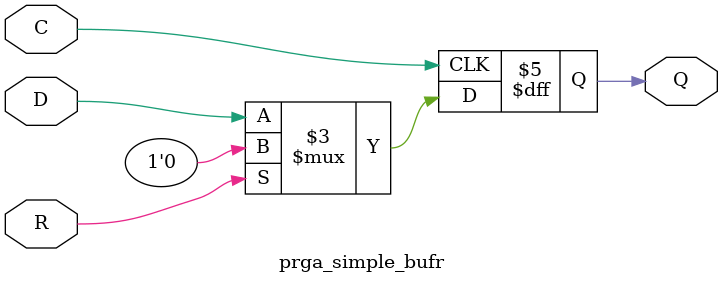
<source format=v>
module prga_simple_bufr (
    input wire [0:0] C,
    input wire [0:0] R,
    input wire [0:0] D,
    output reg [0:0] Q
    );

    always @(posedge C) begin
        if (R) begin
            Q <= 1'b0;
        end else begin
            Q <= D;
        end
    end

endmodule

</source>
